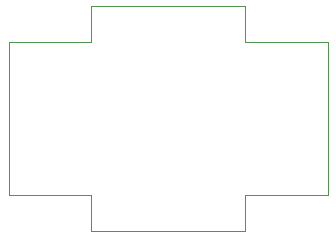
<source format=gbr>
G04 (created by PCBNEW (2013-may-18)-stable) date Пт 28 авг 2015 20:41:23*
%MOIN*%
G04 Gerber Fmt 3.4, Leading zero omitted, Abs format*
%FSLAX34Y34*%
G01*
G70*
G90*
G04 APERTURE LIST*
%ADD10C,0.00590551*%
%ADD11C,0.00393701*%
G04 APERTURE END LIST*
G54D10*
G54D11*
X57086Y-50000D02*
X54330Y-50000D01*
X57086Y-44881D02*
X57086Y-50000D01*
X54330Y-44881D02*
X57086Y-44881D01*
X54330Y-43700D02*
X54330Y-44881D01*
X49212Y-43700D02*
X54330Y-43700D01*
X49212Y-44881D02*
X49212Y-43700D01*
X46456Y-44881D02*
X49212Y-44881D01*
X46456Y-50000D02*
X46456Y-44881D01*
X49212Y-50000D02*
X46456Y-50000D01*
X49212Y-51181D02*
X54330Y-51181D01*
X54330Y-50000D02*
X54330Y-51181D01*
X49212Y-51181D02*
X49212Y-50000D01*
M02*

</source>
